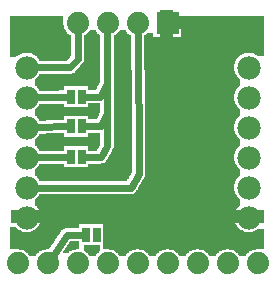
<source format=gtl>
G04 MADE WITH FRITZING*
G04 WWW.FRITZING.ORG*
G04 DOUBLE SIDED*
G04 HOLES PLATED*
G04 CONTOUR ON CENTER OF CONTOUR VECTOR*
%ASAXBY*%
%FSLAX23Y23*%
%MOIN*%
%OFA0B0*%
%SFA1.0B1.0*%
%ADD10C,0.075000*%
%ADD11C,0.074000*%
%ADD12C,0.078000*%
%ADD13R,0.025000X0.050000*%
%ADD14R,0.074000X0.074000*%
%ADD15C,0.024000*%
%LNCOPPER1*%
G90*
G70*
G54D10*
X109Y825D03*
X552Y687D03*
G54D11*
X564Y862D03*
X464Y862D03*
X364Y862D03*
X264Y862D03*
X64Y62D03*
X164Y62D03*
X264Y62D03*
X364Y62D03*
X464Y62D03*
X564Y62D03*
X664Y62D03*
X764Y62D03*
X864Y62D03*
G54D12*
X834Y714D03*
X834Y614D03*
X834Y514D03*
X834Y414D03*
X834Y314D03*
X834Y214D03*
X94Y714D03*
X94Y614D03*
X94Y514D03*
X94Y414D03*
X94Y314D03*
X94Y214D03*
G54D13*
X277Y416D03*
X242Y416D03*
X277Y518D03*
X242Y518D03*
X277Y617D03*
X242Y617D03*
G54D14*
X564Y862D03*
G54D13*
X291Y156D03*
X327Y156D03*
G54D15*
X235Y617D02*
X124Y615D01*
D02*
X441Y313D02*
X124Y314D01*
D02*
X468Y360D02*
X441Y313D01*
D02*
X464Y831D02*
X468Y360D01*
D02*
X342Y416D02*
X284Y416D01*
D02*
X362Y452D02*
X342Y416D01*
D02*
X363Y831D02*
X362Y452D01*
D02*
X362Y562D02*
X363Y831D01*
D02*
X342Y518D02*
X362Y562D01*
D02*
X284Y518D02*
X342Y518D01*
D02*
X362Y664D02*
X363Y831D01*
D02*
X338Y617D02*
X362Y664D01*
D02*
X284Y617D02*
X338Y617D01*
D02*
X235Y416D02*
X124Y415D01*
D02*
X235Y518D02*
X124Y515D01*
D02*
X284Y156D02*
X228Y157D01*
D02*
X228Y157D02*
X181Y87D01*
D02*
X264Y743D02*
X240Y716D01*
D02*
X240Y716D02*
X124Y715D01*
D02*
X264Y831D02*
X264Y743D01*
G36*
X40Y885D02*
X40Y763D01*
X104Y763D01*
X104Y761D01*
X112Y761D01*
X112Y759D01*
X116Y759D01*
X116Y757D01*
X120Y757D01*
X120Y755D01*
X122Y755D01*
X122Y753D01*
X126Y753D01*
X126Y751D01*
X128Y751D01*
X128Y749D01*
X130Y749D01*
X130Y747D01*
X132Y747D01*
X132Y743D01*
X134Y743D01*
X134Y741D01*
X136Y741D01*
X136Y737D01*
X230Y737D01*
X230Y739D01*
X232Y739D01*
X232Y741D01*
X234Y741D01*
X234Y743D01*
X236Y743D01*
X236Y745D01*
X238Y745D01*
X238Y749D01*
X240Y749D01*
X240Y751D01*
X242Y751D01*
X242Y821D01*
X238Y821D01*
X238Y823D01*
X236Y823D01*
X236Y825D01*
X234Y825D01*
X234Y827D01*
X230Y827D01*
X230Y829D01*
X228Y829D01*
X228Y833D01*
X226Y833D01*
X226Y835D01*
X224Y835D01*
X224Y839D01*
X222Y839D01*
X222Y841D01*
X220Y841D01*
X220Y847D01*
X218Y847D01*
X218Y855D01*
X216Y855D01*
X216Y885D01*
X40Y885D01*
G37*
D02*
G36*
X40Y763D02*
X40Y749D01*
X60Y749D01*
X60Y751D01*
X64Y751D01*
X64Y753D01*
X66Y753D01*
X66Y755D01*
X70Y755D01*
X70Y757D01*
X72Y757D01*
X72Y759D01*
X78Y759D01*
X78Y761D01*
X84Y761D01*
X84Y763D01*
X40Y763D01*
G37*
D02*
G36*
X304Y839D02*
X304Y837D01*
X302Y837D01*
X302Y833D01*
X300Y833D01*
X300Y831D01*
X298Y831D01*
X298Y829D01*
X296Y829D01*
X296Y827D01*
X294Y827D01*
X294Y825D01*
X292Y825D01*
X292Y823D01*
X288Y823D01*
X288Y821D01*
X286Y821D01*
X286Y737D01*
X284Y737D01*
X284Y733D01*
X282Y733D01*
X282Y729D01*
X280Y729D01*
X280Y727D01*
X278Y727D01*
X278Y725D01*
X276Y725D01*
X276Y723D01*
X274Y723D01*
X274Y721D01*
X272Y721D01*
X272Y717D01*
X270Y717D01*
X270Y715D01*
X268Y715D01*
X268Y713D01*
X266Y713D01*
X266Y711D01*
X264Y711D01*
X264Y709D01*
X262Y709D01*
X262Y707D01*
X260Y707D01*
X260Y703D01*
X258Y703D01*
X258Y701D01*
X256Y701D01*
X256Y699D01*
X254Y699D01*
X254Y697D01*
X250Y697D01*
X250Y695D01*
X244Y695D01*
X244Y693D01*
X138Y693D01*
X138Y691D01*
X136Y691D01*
X136Y687D01*
X134Y687D01*
X134Y685D01*
X132Y685D01*
X132Y683D01*
X130Y683D01*
X130Y679D01*
X126Y679D01*
X126Y677D01*
X124Y677D01*
X124Y675D01*
X122Y675D01*
X122Y653D01*
X126Y653D01*
X126Y651D01*
X300Y651D01*
X300Y639D01*
X326Y639D01*
X326Y643D01*
X328Y643D01*
X328Y647D01*
X330Y647D01*
X330Y651D01*
X332Y651D01*
X332Y655D01*
X334Y655D01*
X334Y659D01*
X336Y659D01*
X336Y663D01*
X338Y663D01*
X338Y667D01*
X340Y667D01*
X340Y821D01*
X338Y821D01*
X338Y823D01*
X336Y823D01*
X336Y825D01*
X334Y825D01*
X334Y827D01*
X330Y827D01*
X330Y829D01*
X328Y829D01*
X328Y833D01*
X326Y833D01*
X326Y835D01*
X324Y835D01*
X324Y839D01*
X304Y839D01*
G37*
D02*
G36*
X128Y651D02*
X128Y649D01*
X130Y649D01*
X130Y647D01*
X132Y647D01*
X132Y643D01*
X134Y643D01*
X134Y641D01*
X136Y641D01*
X136Y637D01*
X202Y637D01*
X202Y639D01*
X220Y639D01*
X220Y651D01*
X128Y651D01*
G37*
D02*
G36*
X300Y595D02*
X300Y581D01*
X340Y581D01*
X340Y595D01*
X300Y595D01*
G37*
D02*
G36*
X138Y593D02*
X138Y591D01*
X136Y591D01*
X136Y587D01*
X134Y587D01*
X134Y585D01*
X132Y585D01*
X132Y583D01*
X130Y583D01*
X130Y581D01*
X220Y581D01*
X220Y593D01*
X138Y593D01*
G37*
D02*
G36*
X130Y581D02*
X130Y579D01*
X340Y579D01*
X340Y581D01*
X130Y581D01*
G37*
D02*
G36*
X130Y581D02*
X130Y579D01*
X340Y579D01*
X340Y581D01*
X130Y581D01*
G37*
D02*
G36*
X126Y579D02*
X126Y577D01*
X124Y577D01*
X124Y575D01*
X122Y575D01*
X122Y553D01*
X300Y553D01*
X300Y541D01*
X328Y541D01*
X328Y543D01*
X330Y543D01*
X330Y547D01*
X332Y547D01*
X332Y551D01*
X334Y551D01*
X334Y557D01*
X336Y557D01*
X336Y561D01*
X338Y561D01*
X338Y565D01*
X340Y565D01*
X340Y579D01*
X126Y579D01*
G37*
D02*
G36*
X126Y553D02*
X126Y551D01*
X128Y551D01*
X128Y549D01*
X130Y549D01*
X130Y547D01*
X132Y547D01*
X132Y543D01*
X134Y543D01*
X134Y541D01*
X136Y541D01*
X136Y537D01*
X160Y537D01*
X160Y539D01*
X220Y539D01*
X220Y553D01*
X126Y553D01*
G37*
D02*
G36*
X300Y497D02*
X300Y483D01*
X340Y483D01*
X340Y497D01*
X300Y497D01*
G37*
D02*
G36*
X160Y495D02*
X160Y493D01*
X138Y493D01*
X138Y491D01*
X136Y491D01*
X136Y487D01*
X134Y487D01*
X134Y485D01*
X132Y485D01*
X132Y483D01*
X220Y483D01*
X220Y495D01*
X160Y495D01*
G37*
D02*
G36*
X130Y483D02*
X130Y481D01*
X340Y481D01*
X340Y483D01*
X130Y483D01*
G37*
D02*
G36*
X130Y483D02*
X130Y481D01*
X340Y481D01*
X340Y483D01*
X130Y483D01*
G37*
D02*
G36*
X130Y481D02*
X130Y479D01*
X126Y479D01*
X126Y477D01*
X124Y477D01*
X124Y475D01*
X122Y475D01*
X122Y453D01*
X126Y453D01*
X126Y451D01*
X300Y451D01*
X300Y437D01*
X330Y437D01*
X330Y441D01*
X332Y441D01*
X332Y445D01*
X334Y445D01*
X334Y449D01*
X336Y449D01*
X336Y453D01*
X338Y453D01*
X338Y457D01*
X340Y457D01*
X340Y481D01*
X130Y481D01*
G37*
D02*
G36*
X128Y451D02*
X128Y449D01*
X130Y449D01*
X130Y447D01*
X132Y447D01*
X132Y443D01*
X134Y443D01*
X134Y441D01*
X136Y441D01*
X136Y437D01*
X220Y437D01*
X220Y451D01*
X128Y451D01*
G37*
D02*
G36*
X404Y839D02*
X404Y837D01*
X402Y837D01*
X402Y833D01*
X400Y833D01*
X400Y831D01*
X398Y831D01*
X398Y829D01*
X396Y829D01*
X396Y827D01*
X394Y827D01*
X394Y825D01*
X392Y825D01*
X392Y823D01*
X388Y823D01*
X388Y821D01*
X386Y821D01*
X386Y749D01*
X384Y749D01*
X384Y447D01*
X382Y447D01*
X382Y441D01*
X380Y441D01*
X380Y437D01*
X378Y437D01*
X378Y433D01*
X376Y433D01*
X376Y431D01*
X374Y431D01*
X374Y427D01*
X372Y427D01*
X372Y423D01*
X370Y423D01*
X370Y419D01*
X368Y419D01*
X368Y415D01*
X366Y415D01*
X366Y411D01*
X364Y411D01*
X364Y409D01*
X362Y409D01*
X362Y405D01*
X360Y405D01*
X360Y401D01*
X358Y401D01*
X358Y399D01*
X354Y399D01*
X354Y397D01*
X352Y397D01*
X352Y395D01*
X342Y395D01*
X342Y393D01*
X300Y393D01*
X300Y381D01*
X446Y381D01*
X446Y493D01*
X444Y493D01*
X444Y705D01*
X442Y705D01*
X442Y821D01*
X438Y821D01*
X438Y823D01*
X436Y823D01*
X436Y825D01*
X434Y825D01*
X434Y827D01*
X430Y827D01*
X430Y829D01*
X428Y829D01*
X428Y833D01*
X426Y833D01*
X426Y835D01*
X424Y835D01*
X424Y839D01*
X404Y839D01*
G37*
D02*
G36*
X138Y393D02*
X138Y391D01*
X136Y391D01*
X136Y387D01*
X134Y387D01*
X134Y385D01*
X132Y385D01*
X132Y383D01*
X130Y383D01*
X130Y381D01*
X220Y381D01*
X220Y393D01*
X138Y393D01*
G37*
D02*
G36*
X130Y381D02*
X130Y379D01*
X446Y379D01*
X446Y381D01*
X130Y381D01*
G37*
D02*
G36*
X130Y381D02*
X130Y379D01*
X446Y379D01*
X446Y381D01*
X130Y381D01*
G37*
D02*
G36*
X126Y379D02*
X126Y377D01*
X124Y377D01*
X124Y375D01*
X122Y375D01*
X122Y353D01*
X126Y353D01*
X126Y351D01*
X128Y351D01*
X128Y349D01*
X130Y349D01*
X130Y347D01*
X132Y347D01*
X132Y343D01*
X134Y343D01*
X134Y341D01*
X136Y341D01*
X136Y337D01*
X172Y337D01*
X172Y335D01*
X428Y335D01*
X428Y337D01*
X430Y337D01*
X430Y341D01*
X432Y341D01*
X432Y343D01*
X434Y343D01*
X434Y347D01*
X436Y347D01*
X436Y351D01*
X438Y351D01*
X438Y353D01*
X440Y353D01*
X440Y357D01*
X442Y357D01*
X442Y361D01*
X444Y361D01*
X444Y365D01*
X446Y365D01*
X446Y379D01*
X126Y379D01*
G37*
D02*
G36*
X610Y885D02*
X610Y815D01*
X884Y815D01*
X884Y885D01*
X610Y885D01*
G37*
D02*
G36*
X496Y829D02*
X496Y827D01*
X494Y827D01*
X494Y825D01*
X492Y825D01*
X492Y823D01*
X488Y823D01*
X488Y821D01*
X486Y821D01*
X486Y815D01*
X516Y815D01*
X516Y829D01*
X496Y829D01*
G37*
D02*
G36*
X486Y815D02*
X486Y813D01*
X884Y813D01*
X884Y815D01*
X486Y815D01*
G37*
D02*
G36*
X486Y815D02*
X486Y813D01*
X884Y813D01*
X884Y815D01*
X486Y815D01*
G37*
D02*
G36*
X486Y813D02*
X486Y763D01*
X844Y763D01*
X844Y761D01*
X852Y761D01*
X852Y759D01*
X856Y759D01*
X856Y757D01*
X860Y757D01*
X860Y755D01*
X862Y755D01*
X862Y753D01*
X884Y753D01*
X884Y813D01*
X486Y813D01*
G37*
D02*
G36*
X486Y763D02*
X486Y705D01*
X488Y705D01*
X488Y495D01*
X490Y495D01*
X490Y353D01*
X488Y353D01*
X488Y349D01*
X486Y349D01*
X486Y345D01*
X484Y345D01*
X484Y341D01*
X482Y341D01*
X482Y339D01*
X480Y339D01*
X480Y335D01*
X478Y335D01*
X478Y331D01*
X476Y331D01*
X476Y329D01*
X474Y329D01*
X474Y325D01*
X472Y325D01*
X472Y321D01*
X470Y321D01*
X470Y317D01*
X468Y317D01*
X468Y315D01*
X466Y315D01*
X466Y311D01*
X464Y311D01*
X464Y307D01*
X462Y307D01*
X462Y305D01*
X460Y305D01*
X460Y301D01*
X458Y301D01*
X458Y299D01*
X456Y299D01*
X456Y297D01*
X454Y297D01*
X454Y295D01*
X452Y295D01*
X452Y293D01*
X448Y293D01*
X448Y291D01*
X792Y291D01*
X792Y293D01*
X790Y293D01*
X790Y295D01*
X788Y295D01*
X788Y303D01*
X786Y303D01*
X786Y325D01*
X788Y325D01*
X788Y333D01*
X790Y333D01*
X790Y337D01*
X792Y337D01*
X792Y341D01*
X794Y341D01*
X794Y343D01*
X796Y343D01*
X796Y345D01*
X798Y345D01*
X798Y347D01*
X800Y347D01*
X800Y349D01*
X802Y349D01*
X802Y351D01*
X804Y351D01*
X804Y353D01*
X806Y353D01*
X806Y375D01*
X804Y375D01*
X804Y377D01*
X802Y377D01*
X802Y379D01*
X800Y379D01*
X800Y381D01*
X798Y381D01*
X798Y383D01*
X796Y383D01*
X796Y385D01*
X794Y385D01*
X794Y389D01*
X792Y389D01*
X792Y393D01*
X790Y393D01*
X790Y395D01*
X788Y395D01*
X788Y403D01*
X786Y403D01*
X786Y425D01*
X788Y425D01*
X788Y433D01*
X790Y433D01*
X790Y437D01*
X792Y437D01*
X792Y441D01*
X794Y441D01*
X794Y443D01*
X796Y443D01*
X796Y445D01*
X798Y445D01*
X798Y447D01*
X800Y447D01*
X800Y449D01*
X802Y449D01*
X802Y451D01*
X804Y451D01*
X804Y453D01*
X806Y453D01*
X806Y475D01*
X804Y475D01*
X804Y477D01*
X802Y477D01*
X802Y479D01*
X800Y479D01*
X800Y481D01*
X798Y481D01*
X798Y483D01*
X796Y483D01*
X796Y485D01*
X794Y485D01*
X794Y489D01*
X792Y489D01*
X792Y493D01*
X790Y493D01*
X790Y495D01*
X788Y495D01*
X788Y503D01*
X786Y503D01*
X786Y525D01*
X788Y525D01*
X788Y533D01*
X790Y533D01*
X790Y537D01*
X792Y537D01*
X792Y541D01*
X794Y541D01*
X794Y543D01*
X796Y543D01*
X796Y545D01*
X798Y545D01*
X798Y547D01*
X800Y547D01*
X800Y549D01*
X802Y549D01*
X802Y551D01*
X804Y551D01*
X804Y553D01*
X806Y553D01*
X806Y575D01*
X804Y575D01*
X804Y577D01*
X802Y577D01*
X802Y579D01*
X800Y579D01*
X800Y581D01*
X798Y581D01*
X798Y583D01*
X796Y583D01*
X796Y585D01*
X794Y585D01*
X794Y589D01*
X792Y589D01*
X792Y593D01*
X790Y593D01*
X790Y595D01*
X788Y595D01*
X788Y603D01*
X786Y603D01*
X786Y625D01*
X788Y625D01*
X788Y633D01*
X790Y633D01*
X790Y637D01*
X792Y637D01*
X792Y641D01*
X794Y641D01*
X794Y643D01*
X796Y643D01*
X796Y645D01*
X798Y645D01*
X798Y647D01*
X800Y647D01*
X800Y649D01*
X802Y649D01*
X802Y651D01*
X804Y651D01*
X804Y653D01*
X806Y653D01*
X806Y675D01*
X804Y675D01*
X804Y677D01*
X802Y677D01*
X802Y679D01*
X800Y679D01*
X800Y681D01*
X798Y681D01*
X798Y683D01*
X796Y683D01*
X796Y685D01*
X794Y685D01*
X794Y689D01*
X792Y689D01*
X792Y693D01*
X790Y693D01*
X790Y695D01*
X788Y695D01*
X788Y703D01*
X786Y703D01*
X786Y725D01*
X788Y725D01*
X788Y733D01*
X790Y733D01*
X790Y737D01*
X792Y737D01*
X792Y741D01*
X794Y741D01*
X794Y743D01*
X796Y743D01*
X796Y745D01*
X798Y745D01*
X798Y747D01*
X800Y747D01*
X800Y749D01*
X802Y749D01*
X802Y751D01*
X804Y751D01*
X804Y753D01*
X806Y753D01*
X806Y755D01*
X810Y755D01*
X810Y757D01*
X812Y757D01*
X812Y759D01*
X818Y759D01*
X818Y761D01*
X824Y761D01*
X824Y763D01*
X486Y763D01*
G37*
D02*
G36*
X138Y293D02*
X138Y291D01*
X168Y291D01*
X168Y293D01*
X138Y293D01*
G37*
D02*
G36*
X136Y291D02*
X136Y289D01*
X792Y289D01*
X792Y291D01*
X136Y291D01*
G37*
D02*
G36*
X136Y291D02*
X136Y289D01*
X792Y289D01*
X792Y291D01*
X136Y291D01*
G37*
D02*
G36*
X136Y289D02*
X136Y287D01*
X134Y287D01*
X134Y285D01*
X132Y285D01*
X132Y283D01*
X130Y283D01*
X130Y279D01*
X126Y279D01*
X126Y277D01*
X124Y277D01*
X124Y275D01*
X122Y275D01*
X122Y253D01*
X126Y253D01*
X126Y251D01*
X128Y251D01*
X128Y249D01*
X130Y249D01*
X130Y247D01*
X132Y247D01*
X132Y243D01*
X134Y243D01*
X134Y241D01*
X136Y241D01*
X136Y237D01*
X138Y237D01*
X138Y235D01*
X140Y235D01*
X140Y227D01*
X142Y227D01*
X142Y219D01*
X144Y219D01*
X144Y211D01*
X142Y211D01*
X142Y201D01*
X140Y201D01*
X140Y195D01*
X138Y195D01*
X138Y191D01*
X350Y191D01*
X350Y165D01*
X826Y165D01*
X826Y167D01*
X820Y167D01*
X820Y169D01*
X814Y169D01*
X814Y171D01*
X810Y171D01*
X810Y173D01*
X806Y173D01*
X806Y175D01*
X804Y175D01*
X804Y177D01*
X802Y177D01*
X802Y179D01*
X800Y179D01*
X800Y181D01*
X798Y181D01*
X798Y183D01*
X796Y183D01*
X796Y185D01*
X794Y185D01*
X794Y189D01*
X792Y189D01*
X792Y193D01*
X790Y193D01*
X790Y195D01*
X788Y195D01*
X788Y203D01*
X786Y203D01*
X786Y225D01*
X788Y225D01*
X788Y233D01*
X790Y233D01*
X790Y237D01*
X792Y237D01*
X792Y241D01*
X794Y241D01*
X794Y243D01*
X796Y243D01*
X796Y245D01*
X798Y245D01*
X798Y247D01*
X800Y247D01*
X800Y249D01*
X802Y249D01*
X802Y251D01*
X804Y251D01*
X804Y253D01*
X806Y253D01*
X806Y275D01*
X804Y275D01*
X804Y277D01*
X802Y277D01*
X802Y279D01*
X800Y279D01*
X800Y281D01*
X798Y281D01*
X798Y283D01*
X796Y283D01*
X796Y285D01*
X794Y285D01*
X794Y289D01*
X136Y289D01*
G37*
D02*
G36*
X136Y191D02*
X136Y187D01*
X134Y187D01*
X134Y185D01*
X132Y185D01*
X132Y183D01*
X130Y183D01*
X130Y179D01*
X126Y179D01*
X126Y177D01*
X124Y177D01*
X124Y175D01*
X122Y175D01*
X122Y173D01*
X118Y173D01*
X118Y171D01*
X114Y171D01*
X114Y169D01*
X110Y169D01*
X110Y167D01*
X102Y167D01*
X102Y165D01*
X208Y165D01*
X208Y169D01*
X210Y169D01*
X210Y171D01*
X212Y171D01*
X212Y173D01*
X214Y173D01*
X214Y175D01*
X218Y175D01*
X218Y177D01*
X222Y177D01*
X222Y179D01*
X268Y179D01*
X268Y191D01*
X136Y191D01*
G37*
D02*
G36*
X40Y181D02*
X40Y165D01*
X86Y165D01*
X86Y167D01*
X78Y167D01*
X78Y169D01*
X74Y169D01*
X74Y171D01*
X70Y171D01*
X70Y173D01*
X66Y173D01*
X66Y175D01*
X64Y175D01*
X64Y177D01*
X62Y177D01*
X62Y179D01*
X60Y179D01*
X60Y181D01*
X40Y181D01*
G37*
D02*
G36*
X864Y177D02*
X864Y175D01*
X862Y175D01*
X862Y173D01*
X858Y173D01*
X858Y171D01*
X856Y171D01*
X856Y169D01*
X850Y169D01*
X850Y167D01*
X842Y167D01*
X842Y165D01*
X884Y165D01*
X884Y177D01*
X864Y177D01*
G37*
D02*
G36*
X40Y165D02*
X40Y163D01*
X206Y163D01*
X206Y165D01*
X40Y165D01*
G37*
D02*
G36*
X40Y165D02*
X40Y163D01*
X206Y163D01*
X206Y165D01*
X40Y165D01*
G37*
D02*
G36*
X350Y165D02*
X350Y163D01*
X884Y163D01*
X884Y165D01*
X350Y165D01*
G37*
D02*
G36*
X350Y165D02*
X350Y163D01*
X884Y163D01*
X884Y165D01*
X350Y165D01*
G37*
D02*
G36*
X40Y163D02*
X40Y109D01*
X70Y109D01*
X70Y107D01*
X78Y107D01*
X78Y105D01*
X84Y105D01*
X84Y103D01*
X86Y103D01*
X86Y101D01*
X90Y101D01*
X90Y99D01*
X92Y99D01*
X92Y97D01*
X96Y97D01*
X96Y95D01*
X98Y95D01*
X98Y91D01*
X100Y91D01*
X100Y89D01*
X102Y89D01*
X102Y87D01*
X104Y87D01*
X104Y85D01*
X124Y85D01*
X124Y89D01*
X126Y89D01*
X126Y91D01*
X128Y91D01*
X128Y93D01*
X130Y93D01*
X130Y95D01*
X132Y95D01*
X132Y97D01*
X134Y97D01*
X134Y99D01*
X136Y99D01*
X136Y101D01*
X140Y101D01*
X140Y103D01*
X144Y103D01*
X144Y105D01*
X150Y105D01*
X150Y107D01*
X158Y107D01*
X158Y109D01*
X170Y109D01*
X170Y111D01*
X172Y111D01*
X172Y115D01*
X174Y115D01*
X174Y117D01*
X176Y117D01*
X176Y121D01*
X178Y121D01*
X178Y123D01*
X180Y123D01*
X180Y127D01*
X182Y127D01*
X182Y129D01*
X184Y129D01*
X184Y133D01*
X186Y133D01*
X186Y135D01*
X188Y135D01*
X188Y139D01*
X190Y139D01*
X190Y141D01*
X192Y141D01*
X192Y145D01*
X194Y145D01*
X194Y147D01*
X196Y147D01*
X196Y151D01*
X198Y151D01*
X198Y153D01*
X200Y153D01*
X200Y157D01*
X202Y157D01*
X202Y159D01*
X204Y159D01*
X204Y163D01*
X40Y163D01*
G37*
D02*
G36*
X350Y163D02*
X350Y109D01*
X770Y109D01*
X770Y107D01*
X778Y107D01*
X778Y105D01*
X784Y105D01*
X784Y103D01*
X786Y103D01*
X786Y101D01*
X790Y101D01*
X790Y99D01*
X792Y99D01*
X792Y97D01*
X796Y97D01*
X796Y95D01*
X798Y95D01*
X798Y91D01*
X800Y91D01*
X800Y89D01*
X802Y89D01*
X802Y87D01*
X804Y87D01*
X804Y85D01*
X824Y85D01*
X824Y89D01*
X826Y89D01*
X826Y91D01*
X828Y91D01*
X828Y93D01*
X830Y93D01*
X830Y95D01*
X832Y95D01*
X832Y97D01*
X834Y97D01*
X834Y99D01*
X836Y99D01*
X836Y101D01*
X840Y101D01*
X840Y103D01*
X844Y103D01*
X844Y105D01*
X850Y105D01*
X850Y107D01*
X858Y107D01*
X858Y109D01*
X884Y109D01*
X884Y163D01*
X350Y163D01*
G37*
D02*
G36*
X370Y109D02*
X370Y107D01*
X378Y107D01*
X378Y105D01*
X384Y105D01*
X384Y103D01*
X386Y103D01*
X386Y101D01*
X390Y101D01*
X390Y99D01*
X392Y99D01*
X392Y97D01*
X396Y97D01*
X396Y95D01*
X398Y95D01*
X398Y91D01*
X400Y91D01*
X400Y89D01*
X402Y89D01*
X402Y87D01*
X404Y87D01*
X404Y85D01*
X424Y85D01*
X424Y89D01*
X426Y89D01*
X426Y91D01*
X428Y91D01*
X428Y93D01*
X430Y93D01*
X430Y95D01*
X432Y95D01*
X432Y97D01*
X434Y97D01*
X434Y99D01*
X436Y99D01*
X436Y101D01*
X440Y101D01*
X440Y103D01*
X444Y103D01*
X444Y105D01*
X450Y105D01*
X450Y107D01*
X458Y107D01*
X458Y109D01*
X370Y109D01*
G37*
D02*
G36*
X470Y109D02*
X470Y107D01*
X478Y107D01*
X478Y105D01*
X484Y105D01*
X484Y103D01*
X486Y103D01*
X486Y101D01*
X490Y101D01*
X490Y99D01*
X492Y99D01*
X492Y97D01*
X496Y97D01*
X496Y95D01*
X498Y95D01*
X498Y91D01*
X500Y91D01*
X500Y89D01*
X502Y89D01*
X502Y87D01*
X504Y87D01*
X504Y85D01*
X524Y85D01*
X524Y89D01*
X526Y89D01*
X526Y91D01*
X528Y91D01*
X528Y93D01*
X530Y93D01*
X530Y95D01*
X532Y95D01*
X532Y97D01*
X534Y97D01*
X534Y99D01*
X536Y99D01*
X536Y101D01*
X540Y101D01*
X540Y103D01*
X544Y103D01*
X544Y105D01*
X550Y105D01*
X550Y107D01*
X558Y107D01*
X558Y109D01*
X470Y109D01*
G37*
D02*
G36*
X570Y109D02*
X570Y107D01*
X578Y107D01*
X578Y105D01*
X584Y105D01*
X584Y103D01*
X586Y103D01*
X586Y101D01*
X590Y101D01*
X590Y99D01*
X592Y99D01*
X592Y97D01*
X596Y97D01*
X596Y95D01*
X598Y95D01*
X598Y91D01*
X600Y91D01*
X600Y89D01*
X602Y89D01*
X602Y87D01*
X604Y87D01*
X604Y85D01*
X624Y85D01*
X624Y89D01*
X626Y89D01*
X626Y91D01*
X628Y91D01*
X628Y93D01*
X630Y93D01*
X630Y95D01*
X632Y95D01*
X632Y97D01*
X634Y97D01*
X634Y99D01*
X636Y99D01*
X636Y101D01*
X640Y101D01*
X640Y103D01*
X644Y103D01*
X644Y105D01*
X650Y105D01*
X650Y107D01*
X658Y107D01*
X658Y109D01*
X570Y109D01*
G37*
D02*
G36*
X670Y109D02*
X670Y107D01*
X678Y107D01*
X678Y105D01*
X684Y105D01*
X684Y103D01*
X686Y103D01*
X686Y101D01*
X690Y101D01*
X690Y99D01*
X692Y99D01*
X692Y97D01*
X696Y97D01*
X696Y95D01*
X698Y95D01*
X698Y91D01*
X700Y91D01*
X700Y89D01*
X702Y89D01*
X702Y87D01*
X704Y87D01*
X704Y85D01*
X724Y85D01*
X724Y89D01*
X726Y89D01*
X726Y91D01*
X728Y91D01*
X728Y93D01*
X730Y93D01*
X730Y95D01*
X732Y95D01*
X732Y97D01*
X734Y97D01*
X734Y99D01*
X736Y99D01*
X736Y101D01*
X740Y101D01*
X740Y103D01*
X744Y103D01*
X744Y105D01*
X750Y105D01*
X750Y107D01*
X758Y107D01*
X758Y109D01*
X670Y109D01*
G37*
D02*
G36*
X240Y135D02*
X240Y133D01*
X238Y133D01*
X238Y131D01*
X236Y131D01*
X236Y129D01*
X234Y129D01*
X234Y125D01*
X232Y125D01*
X232Y123D01*
X230Y123D01*
X230Y119D01*
X228Y119D01*
X228Y117D01*
X226Y117D01*
X226Y113D01*
X224Y113D01*
X224Y111D01*
X222Y111D01*
X222Y107D01*
X220Y107D01*
X220Y105D01*
X218Y105D01*
X218Y101D01*
X216Y101D01*
X216Y99D01*
X214Y99D01*
X214Y97D01*
X234Y97D01*
X234Y99D01*
X236Y99D01*
X236Y101D01*
X240Y101D01*
X240Y103D01*
X244Y103D01*
X244Y105D01*
X250Y105D01*
X250Y107D01*
X258Y107D01*
X258Y109D01*
X268Y109D01*
X268Y135D01*
X240Y135D01*
G37*
D02*
G36*
X286Y121D02*
X286Y101D01*
X290Y101D01*
X290Y99D01*
X292Y99D01*
X292Y97D01*
X296Y97D01*
X296Y95D01*
X298Y95D01*
X298Y91D01*
X300Y91D01*
X300Y89D01*
X302Y89D01*
X302Y87D01*
X304Y87D01*
X304Y85D01*
X324Y85D01*
X324Y89D01*
X326Y89D01*
X326Y91D01*
X328Y91D01*
X328Y93D01*
X330Y93D01*
X330Y95D01*
X332Y95D01*
X332Y97D01*
X334Y97D01*
X334Y99D01*
X336Y99D01*
X336Y101D01*
X340Y101D01*
X340Y121D01*
X286Y121D01*
G37*
D02*
G36*
X42Y240D02*
X74Y240D01*
X74Y195D01*
X42Y195D01*
X42Y240D01*
G37*
D02*
G36*
X112Y240D02*
X144Y240D01*
X144Y195D01*
X112Y195D01*
X112Y240D01*
G37*
D02*
G36*
X782Y240D02*
X812Y240D01*
X812Y195D01*
X782Y195D01*
X782Y240D01*
G37*
D02*
G36*
X850Y240D02*
X884Y240D01*
X884Y195D01*
X850Y195D01*
X850Y240D01*
G37*
D02*
G36*
X540Y907D02*
X583Y907D01*
X583Y883D01*
X540Y883D01*
X540Y907D01*
G37*
D02*
G36*
X540Y845D02*
X583Y845D01*
X583Y815D01*
X540Y815D01*
X540Y845D01*
G37*
D02*
G36*
X580Y885D02*
X610Y885D01*
X610Y842D01*
X580Y842D01*
X580Y885D01*
G37*
D02*
G04 End of Copper1*
M02*
</source>
